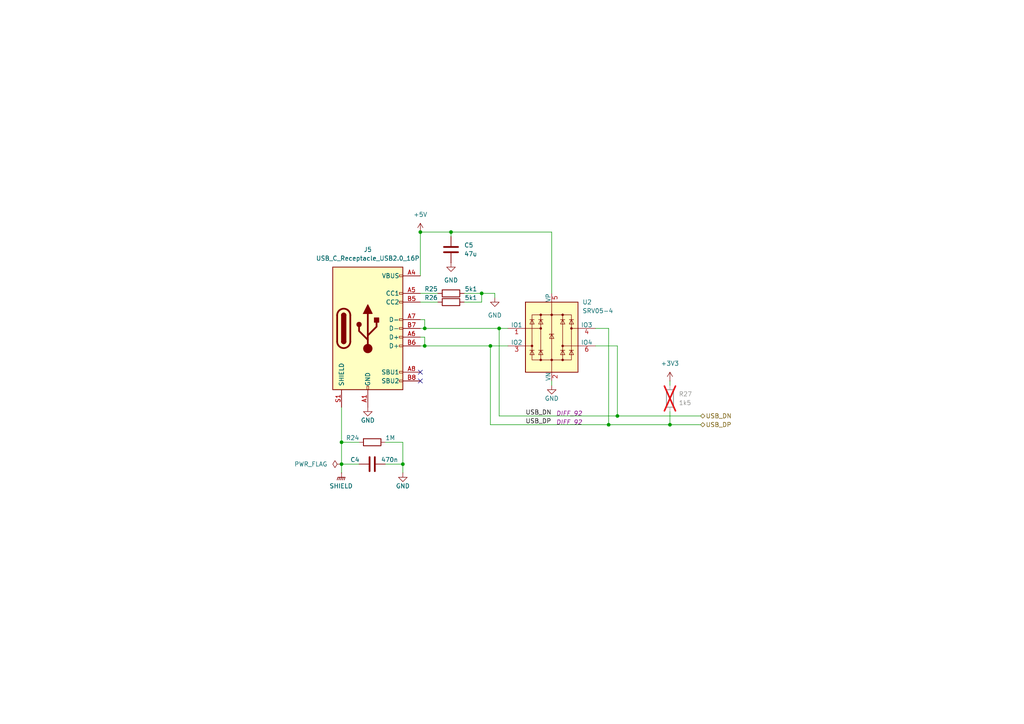
<source format=kicad_sch>
(kicad_sch (version 20250114) (generator "eeschema") (generator_version "9.0")
  (paper "A4")
  (title_block (title "nuku.carrier.template.basic") (date "2025-06-09") (rev "0") (company "Samuel López Asunción") (comment 1 "@supersmau"))
  (lib_symbols
    (symbol "Connector:USB_C_Receptacle_USB2.0_16P" (pin_names (offset 1.016))
      (property "Reference" "J" (at 0 22.225 0))
      (property "Value" "USB_C_Receptacle_USB2.0_16P" (at 0 19.685 0))
      (symbol "USB_C_Receptacle_USB2.0_16P_0_0"
        (rectangle (start -0.254 -17.78) (end 0.254 -16.764))
        (rectangle (start 10.16 15.494) (end 9.144 14.986))
        (rectangle (start 10.16 10.414) (end 9.144 9.906))
        (rectangle (start 10.16 7.874) (end 9.144 7.366))
        (rectangle (start 10.16 2.794) (end 9.144 2.286))
        (rectangle (start 10.16 0.254) (end 9.144 -0.254))
        (rectangle (start 10.16 -2.286) (end 9.144 -2.794))
        (rectangle (start 10.16 -4.826) (end 9.144 -5.334))
        (rectangle (start 10.16 -12.446) (end 9.144 -12.954))
        (rectangle (start 10.16 -14.986) (end 9.144 -15.494))
      )
      (symbol "USB_C_Receptacle_USB2.0_16P_0_1"
        (rectangle (start -10.16 17.78) (end 10.16 -17.78) (stroke (width 0.254)) (fill (type background)))
        (polyline (pts (xy -8.89 -3.81) (xy -8.89 3.81)) (stroke (width 0.508)))
        (rectangle (start -7.62 -3.81) (end -6.35 3.81) (stroke (width 0.254)) (fill (type outline)))
        (arc (start -7.62 3.81) (mid -6.985 4.4423) (end -6.35 3.81) (stroke (width 0.254)))
        (arc (start -7.62 3.81) (mid -6.985 4.4423) (end -6.35 3.81) (stroke (width 0.254)) (fill (type outline)))
        (arc (start -8.89 3.81) (mid -6.985 5.7067) (end -5.08 3.81) (stroke (width 0.508)))
        (arc (start -5.08 -3.81) (mid -6.985 -5.7067) (end -8.89 -3.81) (stroke (width 0.508)))
        (arc (start -6.35 -3.81) (mid -6.985 -4.4423) (end -7.62 -3.81) (stroke (width 0.254)))
        (arc (start -6.35 -3.81) (mid -6.985 -4.4423) (end -7.62 -3.81) (stroke (width 0.254)) (fill (type outline)))
        (polyline (pts (xy -5.08 3.81) (xy -5.08 -3.81)) (stroke (width 0.508)))
        (circle (center -2.54 1.143) (radius 0.635) (stroke (width 0.254)) (fill (type outline)))
        (polyline (pts (xy -1.27 4.318) (xy 0 6.858) (xy 1.27 4.318) (xy -1.27 4.318)) (stroke (width 0.254)) (fill (type outline)))
        (polyline (pts (xy 0 -2.032) (xy 2.54 0.508) (xy 2.54 1.778)) (stroke (width 0.508)))
        (polyline (pts (xy 0 -3.302) (xy -2.54 -0.762) (xy -2.54 0.508)) (stroke (width 0.508)))
        (polyline (pts (xy 0 -5.842) (xy 0 4.318)) (stroke (width 0.508)))
        (circle (center 0 -5.842) (radius 1.27) (fill (type outline)))
        (rectangle (start 1.905 1.778) (end 3.175 3.048) (stroke (width 0.254)) (fill (type outline)))
      )
      (symbol "USB_C_Receptacle_USB2.0_16P_1_1"
        (pin passive line (at -7.62 -22.86 90) (length 5.08) (name "SHIELD") (number "S1"))
        (pin passive line (at 0 -22.86 90) (length 5.08) (name "GND") (number "A1"))
        (pin passive line (at 0 -22.86 90) (length 5.08) (hide yes) (name "GND") (number "A12"))
        (pin passive line (at 0 -22.86 90) (length 5.08) (hide yes) (name "GND") (number "B1"))
        (pin passive line (at 0 -22.86 90) (length 5.08) (hide yes) (name "GND") (number "B12"))
        (pin passive line (at 15.24 15.24 180) (length 5.08) (name "VBUS") (number "A4"))
        (pin passive line (at 15.24 15.24 180) (length 5.08) (hide yes) (name "VBUS") (number "A9"))
        (pin passive line (at 15.24 15.24 180) (length 5.08) (hide yes) (name "VBUS") (number "B4"))
        (pin passive line (at 15.24 15.24 180) (length 5.08) (hide yes) (name "VBUS") (number "B9"))
        (pin bidirectional line (at 15.24 10.16 180) (length 5.08) (name "CC1") (number "A5"))
        (pin bidirectional line (at 15.24 7.62 180) (length 5.08) (name "CC2") (number "B5"))
        (pin bidirectional line (at 15.24 2.54 180) (length 5.08) (name "D-") (number "A7"))
        (pin bidirectional line (at 15.24 0 180) (length 5.08) (name "D-") (number "B7"))
        (pin bidirectional line (at 15.24 -2.54 180) (length 5.08) (name "D+") (number "A6"))
        (pin bidirectional line (at 15.24 -5.08 180) (length 5.08) (name "D+") (number "B6"))
        (pin bidirectional line (at 15.24 -12.7 180) (length 5.08) (name "SBU1") (number "A8"))
        (pin bidirectional line (at 15.24 -15.24 180) (length 5.08) (name "SBU2") (number "B8"))
      )
    )
    (symbol "Device:C" (pin_numbers (hide yes)) (pin_names (offset 0.254))
      (property "Reference" "C" (at 0.635 2.54 0))
      (property "Value" "C" (at 0.635 -2.54 0))
      (symbol "C_0_1"
        (polyline (pts (xy -2.032 0.762) (xy 2.032 0.762)) (stroke (width 0.508)))
        (polyline (pts (xy -2.032 -0.762) (xy 2.032 -0.762)) (stroke (width 0.508)))
      )
      (symbol "C_1_1"
        (pin passive line (at 0 3.81 270) (length 2.794) (name "~") (number "1"))
        (pin passive line (at 0 -3.81 90) (length 2.794) (name "~") (number "2"))
      )
    )
    (symbol "Device:R" (pin_numbers (hide yes)) (pin_names (offset 0))
      (property "Reference" "R" (at 2.032 0 90))
      (property "Value" "R" (at 0 0 90))
      (symbol "R_0_1"
        (rectangle (start -1.016 -2.54) (end 1.016 2.54) (stroke (width 0.254)))
      )
      (symbol "R_1_1"
        (pin passive line (at 0 3.81 270) (length 1.27) (name "~") (number "1"))
        (pin passive line (at 0 -3.81 90) (length 1.27) (name "~") (number "2"))
      )
    )
    (symbol "Power_Protection:SRV05-4" (pin_names (offset 0))
      (property "Reference" "U" (at -5.08 11.43 0))
      (property "Value" "SRV05-4" (at 2.54 11.43 0))
      (symbol "SRV05-4_0_0"
        (rectangle (start -5.715 6.477) (end 5.715 -6.604))
        (polyline (pts (xy -3.175 -6.604) (xy -3.175 6.477)))
        (polyline (pts (xy 3.175 6.477) (xy 3.175 -6.604)))
      )
      (symbol "SRV05-4_0_1"
        (polyline (pts (xy -7.747 2.54) (xy -3.175 2.54)))
        (rectangle (start -7.62 10.16) (end 7.62 -10.16) (stroke (width 0.254)) (fill (type background)))
        (polyline (pts (xy -7.62 -2.54) (xy -5.715 -2.54)))
        (circle (center -5.715 -2.54) (radius 0.2794) (fill (type outline)))
        (polyline (pts (xy -5.08 5.08) (xy -6.35 5.08)))
        (polyline (pts (xy -5.08 3.81) (xy -6.35 3.81) (xy -5.715 5.08) (xy -5.08 3.81)))
        (polyline (pts (xy -5.08 -3.81) (xy -6.35 -3.81)))
        (polyline (pts (xy -5.08 -5.08) (xy -6.35 -5.08) (xy -5.715 -3.81) (xy -5.08 -5.08)))
        (circle (center -3.175 6.477) (radius 0.2794) (fill (type outline)))
        (circle (center -3.175 2.54) (radius 0.2794) (fill (type outline)))
        (circle (center -3.175 -6.604) (radius 0.2794) (fill (type outline)))
        (polyline (pts (xy -2.54 5.08) (xy -3.81 5.08)))
        (polyline (pts (xy -2.54 3.81) (xy -3.81 3.81) (xy -3.175 5.08) (xy -2.54 3.81)))
        (polyline (pts (xy -2.54 -3.81) (xy -3.81 -3.81)))
        (polyline (pts (xy -2.54 -5.08) (xy -3.81 -5.08) (xy -3.175 -3.81) (xy -2.54 -5.08)))
        (polyline (pts (xy 0 10.16) (xy 0 -10.16)))
        (circle (center 0 6.477) (radius 0.2794) (fill (type outline)))
        (circle (center 0 -6.604) (radius 0.2794) (fill (type outline)))
        (polyline (pts (xy 0.635 0.889) (xy -0.635 0.889) (xy -0.635 0.635)))
        (polyline (pts (xy 0.635 -0.381) (xy -0.635 -0.381) (xy 0 0.889) (xy 0.635 -0.381)))
        (circle (center 3.175 6.477) (radius 0.2794) (fill (type outline)))
        (circle (center 3.175 -2.54) (radius 0.2794) (fill (type outline)))
        (circle (center 3.175 -6.604) (radius 0.2794) (fill (type outline)))
        (polyline (pts (xy 3.81 5.08) (xy 2.54 5.08)))
        (polyline (pts (xy 3.81 3.81) (xy 2.54 3.81) (xy 3.175 5.08) (xy 3.81 3.81)))
        (polyline (pts (xy 3.81 -3.81) (xy 2.54 -3.81)))
        (polyline (pts (xy 3.81 -5.08) (xy 2.54 -5.08) (xy 3.175 -3.81) (xy 3.81 -5.08)))
        (circle (center 5.715 2.54) (radius 0.2794) (fill (type outline)))
        (polyline (pts (xy 6.35 5.08) (xy 5.08 5.08)))
        (polyline (pts (xy 6.35 3.81) (xy 5.08 3.81) (xy 5.715 5.08) (xy 6.35 3.81)))
        (polyline (pts (xy 6.35 -3.81) (xy 5.08 -3.81)))
        (polyline (pts (xy 6.35 -5.08) (xy 5.08 -5.08) (xy 5.715 -3.81) (xy 6.35 -5.08)))
        (polyline (pts (xy 7.62 2.54) (xy 5.715 2.54)))
        (polyline (pts (xy 7.62 -2.54) (xy 3.175 -2.54)))
      )
      (symbol "SRV05-4_1_1"
        (pin passive line (at -12.7 2.54 0) (length 5.08) (name "IO1") (number "1"))
        (pin passive line (at -12.7 -2.54 0) (length 5.08) (name "IO2") (number "3"))
        (pin passive line (at 0 12.7 270) (length 2.54) (name "VP") (number "5"))
        (pin passive line (at 0 -12.7 90) (length 2.54) (name "VN") (number "2"))
        (pin passive line (at 12.7 2.54 180) (length 5.08) (name "IO3") (number "4"))
        (pin passive line (at 12.7 -2.54 180) (length 5.08) (name "IO4") (number "6"))
      )
    )
    (symbol "power:+3V3" (power) (pin_numbers (hide yes)) (pin_names (offset 0) (hide yes))
      (property "Value" "+3V3" (at 0 3.556 0))
      (symbol "+3V3_0_1"
        (polyline (pts (xy -0.762 1.27) (xy 0 2.54)))
        (polyline (pts (xy 0 2.54) (xy 0.762 1.27)))
        (polyline (pts (xy 0 0) (xy 0 2.54)))
      )
      (symbol "+3V3_1_1"
        (pin power_in line (at 0 0 90) (length 0) (name "~") (number "1"))
      )
    )
    (symbol "power:GND" (power) (pin_numbers (hide yes)) (pin_names (offset 0) (hide yes))
      (property "Value" "GND" (at 0 -3.81 0))
      (symbol "GND_0_1"
        (polyline (pts (xy 0 0) (xy 0 -1.27) (xy 1.27 -1.27) (xy 0 -2.54) (xy -1.27 -1.27) (xy 0 -1.27)))
      )
      (symbol "GND_1_1"
        (pin power_in line (at 0 0 270) (length 0) (name "~") (number "1"))
      )
    )
    (symbol "power:GNDPWR" (power) (pin_numbers (hide yes)) (pin_names (offset 0) (hide yes))
      (property "Value" "GNDPWR" (at 0 -3.302 0))
      (symbol "GNDPWR_0_1"
        (polyline (pts (xy -1.016 -1.27) (xy -1.27 -2.032) (xy -1.27 -2.032)) (stroke (width 0.2032)))
        (polyline (pts (xy -0.508 -1.27) (xy -0.762 -2.032) (xy -0.762 -2.032)) (stroke (width 0.2032)))
        (polyline (pts (xy 0 -1.27) (xy 0 0)))
        (polyline (pts (xy 0 -1.27) (xy -0.254 -2.032) (xy -0.254 -2.032)) (stroke (width 0.2032)))
        (polyline (pts (xy 0.508 -1.27) (xy 0.254 -2.032) (xy 0.254 -2.032)) (stroke (width 0.2032)))
        (polyline (pts (xy 1.016 -1.27) (xy -1.016 -1.27) (xy -1.016 -1.27)) (stroke (width 0.2032)))
        (polyline (pts (xy 1.016 -1.27) (xy 0.762 -2.032) (xy 0.762 -2.032) (xy 0.762 -2.032)) (stroke (width 0.2032)))
      )
      (symbol "GNDPWR_1_1"
        (pin power_in line (at 0 0 270) (length 0) (name "~") (number "1"))
      )
    )
    (symbol "power:PWR_FLAG" (power) (pin_numbers (hide yes)) (pin_names (offset 0) (hide yes))
      (property "Value" "PWR_FLAG" (at 0 3.81 0))
      (symbol "PWR_FLAG_0_0"
        (pin power_out line (at 0 0 90) (length 0) (name "~") (number "1"))
      )
      (symbol "PWR_FLAG_0_1"
        (polyline (pts (xy 0 0) (xy 0 1.27) (xy -1.016 1.905) (xy 0 2.54) (xy 1.016 1.905) (xy 0 1.27)))
      )
    )
    (symbol "power:VCC" (power) (pin_numbers (hide yes)) (pin_names (offset 0) (hide yes))
      (property "Value" "VCC" (at 0 3.556 0))
      (symbol "VCC_0_1"
        (polyline (pts (xy -0.762 1.27) (xy 0 2.54)))
        (polyline (pts (xy 0 2.54) (xy 0.762 1.27)))
        (polyline (pts (xy 0 0) (xy 0 2.54)))
      )
      (symbol "VCC_1_1"
        (pin power_in line (at 0 0 90) (length 0) (name "~") (number "1"))
      )
    )
  )
  (junction (at 142.24 100.33))
  (junction (at 123.19 95.25))
  (junction (at 99.06 128.27))
  (junction (at 194.31 123.19))
  (junction (at 179.07 120.65))
  (junction (at 123.19 100.33))
  (junction (at 121.92 67.31))
  (junction (at 144.78 95.25))
  (junction (at 139.7 85.09))
  (junction (at 116.84 134.62))
  (junction (at 99.06 134.62))
  (junction (at 130.81 67.31))
  (junction (at 176.53 123.19))
  (no_connect (at 121.92 107.95))
  (no_connect (at 121.92 110.49))
  (wire (pts (xy 139.7 85.09) (xy 134.62 85.09)))
  (wire (pts (xy 194.31 123.19) (xy 203.2 123.19)))
  (wire (pts (xy 123.19 100.33) (xy 142.24 100.33)))
  (wire (pts (xy 123.19 97.79) (xy 121.92 97.79)))
  (wire (pts (xy 116.84 128.27) (xy 116.84 134.62)))
  (wire (pts (xy 142.24 100.33) (xy 142.24 123.19)))
  (wire (pts (xy 176.53 95.25) (xy 176.53 123.19)))
  (wire (pts (xy 144.78 95.25) (xy 144.78 120.65)))
  (wire (pts (xy 104.14 128.27) (xy 99.06 128.27)))
  (wire (pts (xy 176.53 95.25) (xy 172.72 95.25)))
  (wire (pts (xy 179.07 120.65) (xy 203.2 120.65)))
  (wire (pts (xy 143.51 85.09) (xy 143.51 86.36)))
  (wire (pts (xy 179.07 100.33) (xy 179.07 120.65)))
  (wire (pts (xy 130.81 67.31) (xy 130.81 68.58)))
  (wire (pts (xy 127 87.63) (xy 121.92 87.63)))
  (wire (pts (xy 127 85.09) (xy 121.92 85.09)))
  (wire (pts (xy 194.31 119.38) (xy 194.31 123.19)))
  (wire (pts (xy 121.92 67.31) (xy 130.81 67.31)))
  (wire (pts (xy 116.84 134.62) (xy 116.84 137.16)))
  (wire (pts (xy 160.02 111.76) (xy 160.02 110.49)))
  (wire (pts (xy 144.78 120.65) (xy 179.07 120.65)))
  (wire (pts (xy 123.19 92.71) (xy 123.19 95.25)))
  (wire (pts (xy 104.14 134.62) (xy 99.06 134.62)))
  (wire (pts (xy 172.72 100.33) (xy 179.07 100.33)))
  (wire (pts (xy 130.81 67.31) (xy 160.02 67.31)))
  (wire (pts (xy 123.19 95.25) (xy 144.78 95.25)))
  (wire (pts (xy 123.19 97.79) (xy 123.19 100.33)))
  (wire (pts (xy 123.19 92.71) (xy 121.92 92.71)))
  (wire (pts (xy 123.19 100.33) (xy 121.92 100.33)))
  (wire (pts (xy 99.06 128.27) (xy 99.06 134.62)))
  (wire (pts (xy 144.78 95.25) (xy 147.32 95.25)))
  (wire (pts (xy 99.06 118.11) (xy 99.06 128.27)))
  (wire (pts (xy 123.19 95.25) (xy 121.92 95.25)))
  (wire (pts (xy 160.02 67.31) (xy 160.02 85.09)))
  (wire (pts (xy 176.53 123.19) (xy 194.31 123.19)))
  (wire (pts (xy 134.62 87.63) (xy 139.7 87.63)))
  (wire (pts (xy 116.84 128.27) (xy 111.76 128.27)))
  (wire (pts (xy 194.31 110.49) (xy 194.31 111.76)))
  (wire (pts (xy 121.92 67.31) (xy 121.92 80.01)))
  (wire (pts (xy 116.84 134.62) (xy 111.76 134.62)))
  (wire (pts (xy 139.7 85.09) (xy 143.51 85.09)))
  (wire (pts (xy 139.7 87.63) (xy 139.7 85.09)))
  (wire (pts (xy 99.06 134.62) (xy 99.06 137.16)))
  (wire (pts (xy 142.24 100.33) (xy 147.32 100.33)))
  (wire (pts (xy 142.24 123.19) (xy 176.53 123.19)))
  (label "USB_DN" (at 152.4 120.65 0) (property "Netclass" "DIFF_92" (at 168.91 120.65 0) (effects (font (italic yes)) (justify right bottom))))
  (label "USB_DP" (at 152.4 123.19 0) (property "Netclass" "DIFF_92" (at 168.91 123.19 0) (effects (font (italic yes)) (justify right bottom))))
  (hierarchical_label "USB_DN" (shape bidirectional) (at 203.2 120.65 0))
  (hierarchical_label "USB_DP" (shape bidirectional) (at 203.2 123.19 0))
  (symbol (lib_id "power:GND") (at 106.68 118.11 0) (unit 1)
    (property "Reference" "#PWR057" (effects (hide yes)))
    (property "Value" "GND" (at 106.68 121.92 0))
    (property "Description" "Power symbol creates a global label with name \"GND\" , ground" (effects (hide yes)))
  )
  (symbol (lib_id "power:GND") (at 160.02 111.76 0) (unit 1)
    (property "Reference" "#PWR056" (effects (hide yes)))
    (property "Value" "GND" (at 160.02 115.57 0))
    (property "Description" "Power symbol creates a global label with name \"GND\" , ground" (effects (hide yes)))
  )
  (symbol (lib_id "power:PWR_FLAG") (at 99.06 134.62 90) (unit 1)
    (property "Reference" "#FLG03" (effects (hide yes)))
    (property "Value" "PWR_FLAG" (at 90.17 134.62 90))
    (property "Description" "Special symbol for telling ERC where power comes from" (effects (hide yes)))
  )
  (symbol (lib_id "Device:R") (at 130.81 85.09 270) (unit 1)
    (property "Reference" "R25" (at 127 83.82 90) (effects (justify right)))
    (property "Value" "5k1" (at 138.43 83.82 90) (effects (justify right)))
    (property "Footprint" "Resistor_SMD:R_0402_1005Metric" (effects (hide yes)))
    (property "Description" "Resistor" (effects (hide yes)))
    (property "LCSC" "C25905" (effects (hide yes)))
  )
  (symbol (lib_id "power:GNDPWR") (at 99.06 137.16 0) (unit 1)
    (property "Reference" "#PWR058" (effects (hide yes)))
    (property "Value" "SHIELD" (at 98.933 140.97 0))
    (property "Description" "Power symbol creates a global label with name \"GNDPWR\" , global ground" (effects (hide yes)))
  )
  (symbol (lib_id "power:GND") (at 143.51 86.36 0) (unit 1)
    (property "Reference" "#PWR054" (effects (hide yes)))
    (property "Value" "GND" (at 143.51 91.44 0))
    (property "Description" "Power symbol creates a global label with name \"GND\" , ground" (effects (hide yes)))
  )
  (symbol (lib_id "Device:R") (at 107.95 128.27 90) (unit 1)
    (property "Reference" "R24" (at 100.33 127 90) (effects (justify right)))
    (property "Value" "1M" (at 111.76 127 90) (effects (justify right)))
    (property "Footprint" "Resistor_SMD:R_0402_1005Metric" (effects (hide yes)))
    (property "Description" "Resistor" (effects (hide yes)))
    (property "LCSC" "C26083" (effects (hide yes)))
  )
  (symbol (lib_id "Power_Protection:SRV05-4") (at 160.02 97.79 0) (unit 1)
    (property "Reference" "U2" (at 168.91 87.63 0) (effects (justify left)))
    (property "Value" "SRV05-4" (at 168.91 90.17 0) (effects (justify left)))
    (property "Footprint" "Package_TO_SOT_SMD:SOT-23-6" (effects (hide yes)))
    (property "Datasheet" "http://www.onsemi.com/pub/Collateral/SRV05-4-D.PDF" (effects (hide yes)))
    (property "Description" "ESD Protection Diodes with Low Clamping Voltage, SOT-23-6" (effects (hide yes)))
    (property "LCSC" "C7420376" (effects (hide yes)))
  )
  (symbol (lib_id "Device:C") (at 107.95 134.62 270) (unit 1)
    (property "Reference" "C4" (at 101.6 133.35 90) (effects (justify left)))
    (property "Value" "470n" (at 110.49 133.35 90) (effects (justify left)))
    (property "Footprint" "Capacitor_SMD:C_0402_1005Metric" (effects (hide yes)))
    (property "Description" "Unpolarized capacitor" (effects (hide yes)))
    (property "LCSC" "C47339" (effects (hide yes)))
  )
  (symbol (lib_id "Connector:USB_C_Receptacle_USB2.0_16P") (at 106.68 95.25 0) (unit 1)
    (property "Reference" "J5" (at 106.68 72.39 0))
    (property "Value" "USB_C_Receptacle_USB2.0_16P" (at 106.68 74.93 0))
    (property "Footprint" "nuku:TYPE-C16PIN" (effects (hide yes)))
    (property "Datasheet" "https://www.usb.org/sites/default/files/documents/usb_type-c.zip" (effects (hide yes)))
    (property "Description" "USB 2.0-only 16P Type-C Receptacle connector" (effects (hide yes)))
    (property "LCSC" "C393939" (effects (hide yes)))
  )
  (symbol (lib_id "power:VCC") (at 194.31 110.49 0) (unit 1)
    (property "Reference" "#PWR055" (effects (hide yes)))
    (property "Value" "+3V3" (at 194.31 105.41 0))
    (property "Description" "Power symbol creates a global label with name \"VCC\"" (effects (hide yes)))
  )
  (symbol (lib_id "Device:C") (at 130.81 72.39 0) (unit 1)
    (property "Reference" "C5" (at 134.62 71.1199 0) (effects (justify left)))
    (property "Value" "47u" (at 134.62 73.6599 0) (effects (justify left)))
    (property "Footprint" "Capacitor_SMD:C_0805_2012Metric" (effects (hide yes)))
    (property "Description" "Unpolarized capacitor" (effects (hide yes)))
    (property "LCSC" "C16780" (effects (hide yes)))
  )
  (symbol (lib_id "power:GND") (at 116.84 137.16 0) (unit 1)
    (property "Reference" "#PWR059" (effects (hide yes)))
    (property "Value" "GND" (at 116.84 140.97 0))
    (property "Description" "Power symbol creates a global label with name \"GND\" , ground" (effects (hide yes)))
  )
  (symbol (lib_id "power:GND") (at 130.81 76.2 0) (unit 1)
    (property "Reference" "#PWR053" (effects (hide yes)))
    (property "Value" "GND" (at 130.81 81.28 0))
    (property "Description" "Power symbol creates a global label with name \"GND\" , ground" (effects (hide yes)))
  )
  (symbol (lib_id "Device:R") (at 130.81 87.63 270) (unit 1)
    (property "Reference" "R26" (at 127 86.36 90) (effects (justify right)))
    (property "Value" "5k1" (at 138.43 86.36 90) (effects (justify right)))
    (property "Footprint" "Resistor_SMD:R_0402_1005Metric" (effects (hide yes)))
    (property "Description" "Resistor" (effects (hide yes)))
    (property "LCSC" "C25905" (effects (hide yes)))
  )
  (symbol (lib_id "Device:R") (at 194.31 115.57 180) (unit 1) (in_bom no) (dnp yes)
    (property "Reference" "R27" (at 196.85 114.2999 0) (effects (justify right)))
    (property "Value" "1k5" (at 196.85 116.8399 0) (effects (justify right)))
    (property "Footprint" "Resistor_SMD:R_0402_1005Metric" (effects (hide yes)))
    (property "Description" "Resistor" (effects (hide yes)))
    (property "LCSC" "C25867" (effects (hide yes)))
  )
  (symbol (lib_id "power:+3V3") (at 121.92 67.31 0) (mirror y) (unit 1)
    (property "Reference" "#PWR052" (effects (hide yes)))
    (property "Value" "+5V" (at 121.92 62.23 0))
    (property "Description" "Power symbol creates a global label with name \"+3V3\"" (effects (hide yes)))
  )
)
</source>
